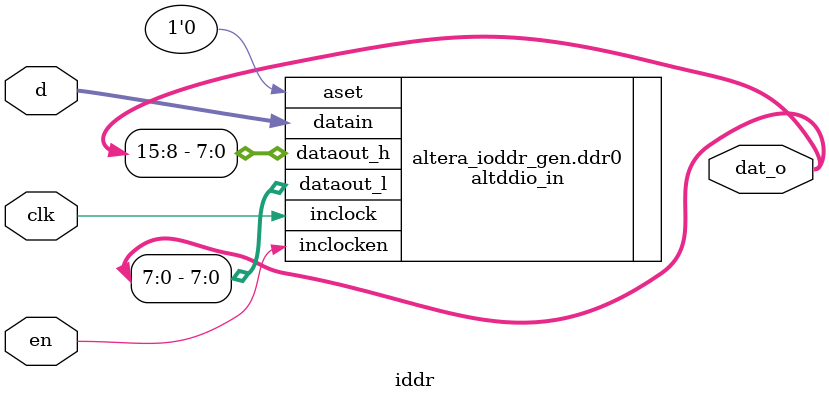
<source format=v>
/**
 * Input DDR Module
 */

module iddr
#(
    parameter TARGET = "ALTERA",
    parameter WIDTH = 8
)
(
    input                       clk,
    input                       en,
    output  [(WIDTH<<1)-1:0]    dat_o,
    input   [WIDTH-1:0]         d
);

// TODO: Add additional DDR implementations.
// Currently only Altera ALTDDR is supported.
/* verilator lint_off WIDTH */
generate
if(TARGET == "ALTERA") begin : altera_ioddr_gen
    // https://www.intel.com/content/dam/www/programmable/us/en/pdfs/literature/ug/mfug_ddio.pdf

    altddio_in #(
        .WIDTH(WIDTH),
        .POWER_UP_HIGH("OFF"),
        .OE_REG("UNUSED")
    ) ddr0 (
        .inclock(clk),
        .inclocken(en),
        .aset(1'b0),
        .dataout_h(dat_o[(WIDTH<<1)-1 : (WIDTH)]),
        .dataout_l(dat_o[WIDTH-1:0]),
        .datain(d)
    );

end else begin
    // Fallback to pure verilog for simulation

    reg [(WIDTH<<1)-1:0] q;
    assign dat_o = q;

    always @(posedge clk) begin
        if(en) begin
            q[(WIDTH<<1)-1:WIDTH] <= d;
        end
    end

    always @(negedge clk) begin
        if(en) begin
            q[WIDTH-1:0] <= d;
        end
    end
    /* verilator lint_on MULTIDRIVEN */
end

endgenerate

endmodule

</source>
